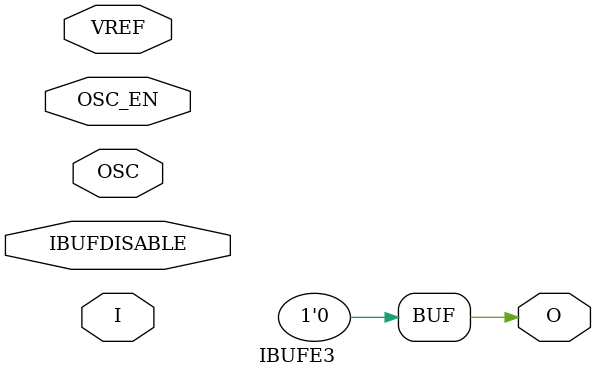
<source format=v>
module IBUFE3(	// file.cleaned.mlir:2:3
  input        I,	// file.cleaned.mlir:2:24
               IBUFDISABLE,	// file.cleaned.mlir:2:36
  input  [3:0] OSC,	// file.cleaned.mlir:2:58
  input        OSC_EN,	// file.cleaned.mlir:2:72
               VREF,	// file.cleaned.mlir:2:89
  output       O	// file.cleaned.mlir:2:105
);

  assign O = 1'h0;	// file.cleaned.mlir:3:14, :4:5
endmodule


</source>
